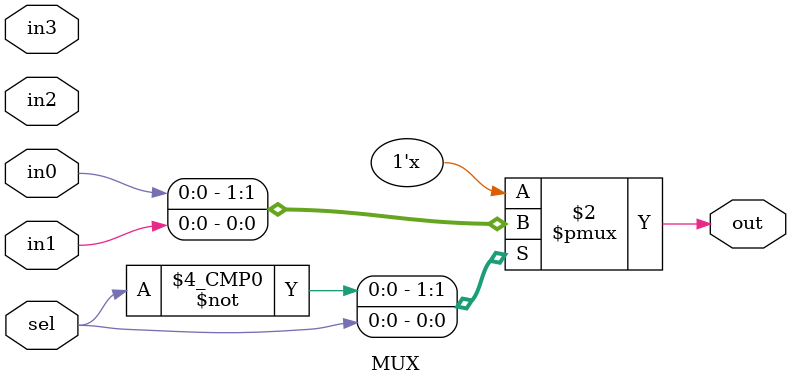
<source format=v>
module MUX(in0, in1, in2, in3, sel, out);
    parameter WIDTH = 1;
    parameter INPUTS = 2;
    input [WIDTH-1:0] in0;
    input [WIDTH-1:0] in1;
    input [WIDTH-1:0] in2;
    input [WIDTH-1:0] in3;
    input [$clog2(INPUTS)-1:0] sel;
    output reg [WIDTH-1:0] out;
    always @(*) begin
        case (sel)
            0 : out = in0;
            1 : out = in1;
            2 : out = in2;
            3 : out = in3;
        endcase
    end
endmodule
</source>
